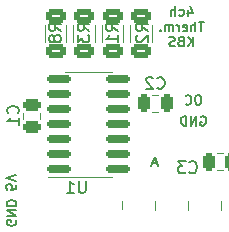
<source format=gbo>
%TF.GenerationSoftware,KiCad,Pcbnew,6.0.6-1.fc35*%
%TF.CreationDate,2022-07-22T02:46:17+02:00*%
%TF.ProjectId,lm324_4ch_therm,6c6d3332-345f-4346-9368-5f746865726d,rev?*%
%TF.SameCoordinates,Original*%
%TF.FileFunction,Legend,Bot*%
%TF.FilePolarity,Positive*%
%FSLAX46Y46*%
G04 Gerber Fmt 4.6, Leading zero omitted, Abs format (unit mm)*
G04 Created by KiCad (PCBNEW 6.0.6-1.fc35) date 2022-07-22 02:46:17*
%MOMM*%
%LPD*%
G01*
G04 APERTURE LIST*
G04 Aperture macros list*
%AMRoundRect*
0 Rectangle with rounded corners*
0 $1 Rounding radius*
0 $2 $3 $4 $5 $6 $7 $8 $9 X,Y pos of 4 corners*
0 Add a 4 corners polygon primitive as box body*
4,1,4,$2,$3,$4,$5,$6,$7,$8,$9,$2,$3,0*
0 Add four circle primitives for the rounded corners*
1,1,$1+$1,$2,$3*
1,1,$1+$1,$4,$5*
1,1,$1+$1,$6,$7*
1,1,$1+$1,$8,$9*
0 Add four rect primitives between the rounded corners*
20,1,$1+$1,$2,$3,$4,$5,0*
20,1,$1+$1,$4,$5,$6,$7,0*
20,1,$1+$1,$6,$7,$8,$9,0*
20,1,$1+$1,$8,$9,$2,$3,0*%
G04 Aperture macros list end*
%ADD10C,0.120000*%
%ADD11C,0.130000*%
%ADD12C,0.150000*%
%ADD13R,1.700000X1.700000*%
%ADD14O,1.700000X1.700000*%
%ADD15R,1.800000X1.800000*%
%ADD16C,1.800000*%
%ADD17R,1.600000X1.600000*%
%ADD18C,1.600000*%
%ADD19C,5.600000*%
%ADD20RoundRect,0.250000X0.475000X-0.250000X0.475000X0.250000X-0.475000X0.250000X-0.475000X-0.250000X0*%
%ADD21RoundRect,0.250000X0.250000X0.475000X-0.250000X0.475000X-0.250000X-0.475000X0.250000X-0.475000X0*%
%ADD22RoundRect,0.250000X-0.625000X0.312500X-0.625000X-0.312500X0.625000X-0.312500X0.625000X0.312500X0*%
%ADD23RoundRect,0.150000X-0.825000X-0.150000X0.825000X-0.150000X0.825000X0.150000X-0.825000X0.150000X0*%
%ADD24RoundRect,0.250000X0.625000X-0.312500X0.625000X0.312500X-0.625000X0.312500X-0.625000X-0.312500X0*%
G04 APERTURE END LIST*
D10*
X129286000Y-62103000D02*
X129286000Y-62865000D01*
X132080000Y-62103000D02*
X132080000Y-62865000D01*
X126492000Y-62103000D02*
X126492000Y-62865000D01*
X134874000Y-62103000D02*
X134874000Y-62865000D01*
D11*
X133197523Y-54972000D02*
X133273714Y-54933904D01*
X133388000Y-54933904D01*
X133502285Y-54972000D01*
X133578476Y-55048190D01*
X133616571Y-55124380D01*
X133654666Y-55276761D01*
X133654666Y-55391047D01*
X133616571Y-55543428D01*
X133578476Y-55619619D01*
X133502285Y-55695809D01*
X133388000Y-55733904D01*
X133311809Y-55733904D01*
X133197523Y-55695809D01*
X133159428Y-55657714D01*
X133159428Y-55391047D01*
X133311809Y-55391047D01*
X132816571Y-55733904D02*
X132816571Y-54933904D01*
X132359428Y-55733904D01*
X132359428Y-54933904D01*
X131978476Y-55733904D02*
X131978476Y-54933904D01*
X131788000Y-54933904D01*
X131673714Y-54972000D01*
X131597523Y-55048190D01*
X131559428Y-55124380D01*
X131521333Y-55276761D01*
X131521333Y-55391047D01*
X131559428Y-55543428D01*
X131597523Y-55619619D01*
X131673714Y-55695809D01*
X131788000Y-55733904D01*
X131978476Y-55733904D01*
X133064190Y-53155904D02*
X132911809Y-53155904D01*
X132835619Y-53194000D01*
X132759428Y-53270190D01*
X132721333Y-53422571D01*
X132721333Y-53689238D01*
X132759428Y-53841619D01*
X132835619Y-53917809D01*
X132911809Y-53955904D01*
X133064190Y-53955904D01*
X133140380Y-53917809D01*
X133216571Y-53841619D01*
X133254666Y-53689238D01*
X133254666Y-53422571D01*
X133216571Y-53270190D01*
X133140380Y-53194000D01*
X133064190Y-53155904D01*
X131921333Y-53879714D02*
X131959428Y-53917809D01*
X132073714Y-53955904D01*
X132149904Y-53955904D01*
X132264190Y-53917809D01*
X132340380Y-53841619D01*
X132378476Y-53765428D01*
X132416571Y-53613047D01*
X132416571Y-53498761D01*
X132378476Y-53346380D01*
X132340380Y-53270190D01*
X132264190Y-53194000D01*
X132149904Y-53155904D01*
X132073714Y-53155904D01*
X131959428Y-53194000D01*
X131921333Y-53232095D01*
X117544800Y-63753923D02*
X117582895Y-63830114D01*
X117582895Y-63944400D01*
X117544800Y-64058685D01*
X117468609Y-64134876D01*
X117392419Y-64172971D01*
X117240038Y-64211066D01*
X117125752Y-64211066D01*
X116973371Y-64172971D01*
X116897180Y-64134876D01*
X116820990Y-64058685D01*
X116782895Y-63944400D01*
X116782895Y-63868209D01*
X116820990Y-63753923D01*
X116859085Y-63715828D01*
X117125752Y-63715828D01*
X117125752Y-63868209D01*
X116782895Y-63372971D02*
X117582895Y-63372971D01*
X116782895Y-62915828D01*
X117582895Y-62915828D01*
X116782895Y-62534876D02*
X117582895Y-62534876D01*
X117582895Y-62344400D01*
X117544800Y-62230114D01*
X117468609Y-62153923D01*
X117392419Y-62115828D01*
X117240038Y-62077733D01*
X117125752Y-62077733D01*
X116973371Y-62115828D01*
X116897180Y-62153923D01*
X116820990Y-62230114D01*
X116782895Y-62344400D01*
X116782895Y-62534876D01*
X117532095Y-60731380D02*
X117532095Y-61112333D01*
X117151142Y-61150428D01*
X117189238Y-61112333D01*
X117227333Y-61036142D01*
X117227333Y-60845666D01*
X117189238Y-60769476D01*
X117151142Y-60731380D01*
X117074952Y-60693285D01*
X116884476Y-60693285D01*
X116808285Y-60731380D01*
X116770190Y-60769476D01*
X116732095Y-60845666D01*
X116732095Y-61036142D01*
X116770190Y-61112333D01*
X116808285Y-61150428D01*
X117532095Y-60464714D02*
X116732095Y-60198047D01*
X117532095Y-59931380D01*
X132124380Y-45911571D02*
X132124380Y-46444904D01*
X132314857Y-45606809D02*
X132505333Y-46178238D01*
X132010095Y-46178238D01*
X131362476Y-46406809D02*
X131438666Y-46444904D01*
X131591047Y-46444904D01*
X131667238Y-46406809D01*
X131705333Y-46368714D01*
X131743428Y-46292523D01*
X131743428Y-46063952D01*
X131705333Y-45987761D01*
X131667238Y-45949666D01*
X131591047Y-45911571D01*
X131438666Y-45911571D01*
X131362476Y-45949666D01*
X131019619Y-46444904D02*
X131019619Y-45644904D01*
X130676761Y-46444904D02*
X130676761Y-46025857D01*
X130714857Y-45949666D01*
X130791047Y-45911571D01*
X130905333Y-45911571D01*
X130981523Y-45949666D01*
X131019619Y-45987761D01*
X133476761Y-46932904D02*
X133019619Y-46932904D01*
X133248190Y-47732904D02*
X133248190Y-46932904D01*
X132752952Y-47732904D02*
X132752952Y-46932904D01*
X132410095Y-47732904D02*
X132410095Y-47313857D01*
X132448190Y-47237666D01*
X132524380Y-47199571D01*
X132638666Y-47199571D01*
X132714857Y-47237666D01*
X132752952Y-47275761D01*
X131724380Y-47694809D02*
X131800571Y-47732904D01*
X131952952Y-47732904D01*
X132029142Y-47694809D01*
X132067238Y-47618619D01*
X132067238Y-47313857D01*
X132029142Y-47237666D01*
X131952952Y-47199571D01*
X131800571Y-47199571D01*
X131724380Y-47237666D01*
X131686285Y-47313857D01*
X131686285Y-47390047D01*
X132067238Y-47466238D01*
X131343428Y-47732904D02*
X131343428Y-47199571D01*
X131343428Y-47351952D02*
X131305333Y-47275761D01*
X131267238Y-47237666D01*
X131191047Y-47199571D01*
X131114857Y-47199571D01*
X130848190Y-47732904D02*
X130848190Y-47199571D01*
X130848190Y-47275761D02*
X130810095Y-47237666D01*
X130733904Y-47199571D01*
X130619619Y-47199571D01*
X130543428Y-47237666D01*
X130505333Y-47313857D01*
X130505333Y-47732904D01*
X130505333Y-47313857D02*
X130467238Y-47237666D01*
X130391047Y-47199571D01*
X130276761Y-47199571D01*
X130200571Y-47237666D01*
X130162476Y-47313857D01*
X130162476Y-47732904D01*
X129781523Y-47656714D02*
X129743428Y-47694809D01*
X129781523Y-47732904D01*
X129819619Y-47694809D01*
X129781523Y-47656714D01*
X129781523Y-47732904D01*
X132562476Y-49020904D02*
X132562476Y-48220904D01*
X132105333Y-49020904D02*
X132448190Y-48563761D01*
X132105333Y-48220904D02*
X132562476Y-48678047D01*
X131495809Y-48601857D02*
X131381523Y-48639952D01*
X131343428Y-48678047D01*
X131305333Y-48754238D01*
X131305333Y-48868523D01*
X131343428Y-48944714D01*
X131381523Y-48982809D01*
X131457714Y-49020904D01*
X131762476Y-49020904D01*
X131762476Y-48220904D01*
X131495809Y-48220904D01*
X131419619Y-48259000D01*
X131381523Y-48297095D01*
X131343428Y-48373285D01*
X131343428Y-48449476D01*
X131381523Y-48525666D01*
X131419619Y-48563761D01*
X131495809Y-48601857D01*
X131762476Y-48601857D01*
X131000571Y-48982809D02*
X130886285Y-49020904D01*
X130695809Y-49020904D01*
X130619619Y-48982809D01*
X130581523Y-48944714D01*
X130543428Y-48868523D01*
X130543428Y-48792333D01*
X130581523Y-48716142D01*
X130619619Y-48678047D01*
X130695809Y-48639952D01*
X130848190Y-48601857D01*
X130924380Y-48563761D01*
X130962476Y-48525666D01*
X131000571Y-48449476D01*
X131000571Y-48373285D01*
X130962476Y-48297095D01*
X130924380Y-48259000D01*
X130848190Y-48220904D01*
X130657714Y-48220904D01*
X130543428Y-48259000D01*
X129476476Y-58934333D02*
X129095523Y-58934333D01*
X129552666Y-59162904D02*
X129286000Y-58362904D01*
X129019333Y-59162904D01*
D12*
%TO.C,C1*%
X117705142Y-54697333D02*
X117752761Y-54649714D01*
X117800380Y-54506857D01*
X117800380Y-54411619D01*
X117752761Y-54268761D01*
X117657523Y-54173523D01*
X117562285Y-54125904D01*
X117371809Y-54078285D01*
X117228952Y-54078285D01*
X117038476Y-54125904D01*
X116943238Y-54173523D01*
X116848000Y-54268761D01*
X116800380Y-54411619D01*
X116800380Y-54506857D01*
X116848000Y-54649714D01*
X116895619Y-54697333D01*
X117800380Y-55649714D02*
X117800380Y-55078285D01*
X117800380Y-55364000D02*
X116800380Y-55364000D01*
X116943238Y-55268761D01*
X117038476Y-55173523D01*
X117086095Y-55078285D01*
%TO.C,C2*%
X129518666Y-52525142D02*
X129566285Y-52572761D01*
X129709142Y-52620380D01*
X129804380Y-52620380D01*
X129947238Y-52572761D01*
X130042476Y-52477523D01*
X130090095Y-52382285D01*
X130137714Y-52191809D01*
X130137714Y-52048952D01*
X130090095Y-51858476D01*
X130042476Y-51763238D01*
X129947238Y-51668000D01*
X129804380Y-51620380D01*
X129709142Y-51620380D01*
X129566285Y-51668000D01*
X129518666Y-51715619D01*
X129137714Y-51715619D02*
X129090095Y-51668000D01*
X128994857Y-51620380D01*
X128756761Y-51620380D01*
X128661523Y-51668000D01*
X128613904Y-51715619D01*
X128566285Y-51810857D01*
X128566285Y-51906095D01*
X128613904Y-52048952D01*
X129185333Y-52620380D01*
X128566285Y-52620380D01*
%TO.C,R8*%
X121356380Y-47712333D02*
X120880190Y-47379000D01*
X121356380Y-47140904D02*
X120356380Y-47140904D01*
X120356380Y-47521857D01*
X120404000Y-47617095D01*
X120451619Y-47664714D01*
X120546857Y-47712333D01*
X120689714Y-47712333D01*
X120784952Y-47664714D01*
X120832571Y-47617095D01*
X120880190Y-47521857D01*
X120880190Y-47140904D01*
X120784952Y-48283761D02*
X120737333Y-48188523D01*
X120689714Y-48140904D01*
X120594476Y-48093285D01*
X120546857Y-48093285D01*
X120451619Y-48140904D01*
X120404000Y-48188523D01*
X120356380Y-48283761D01*
X120356380Y-48474238D01*
X120404000Y-48569476D01*
X120451619Y-48617095D01*
X120546857Y-48664714D01*
X120594476Y-48664714D01*
X120689714Y-48617095D01*
X120737333Y-48569476D01*
X120784952Y-48474238D01*
X120784952Y-48283761D01*
X120832571Y-48188523D01*
X120880190Y-48140904D01*
X120975428Y-48093285D01*
X121165904Y-48093285D01*
X121261142Y-48140904D01*
X121308761Y-48188523D01*
X121356380Y-48283761D01*
X121356380Y-48474238D01*
X121308761Y-48569476D01*
X121261142Y-48617095D01*
X121165904Y-48664714D01*
X120975428Y-48664714D01*
X120880190Y-48617095D01*
X120832571Y-48569476D01*
X120784952Y-48474238D01*
%TO.C,U1*%
X123443904Y-60412380D02*
X123443904Y-61221904D01*
X123396285Y-61317142D01*
X123348666Y-61364761D01*
X123253428Y-61412380D01*
X123062952Y-61412380D01*
X122967714Y-61364761D01*
X122920095Y-61317142D01*
X122872476Y-61221904D01*
X122872476Y-60412380D01*
X121872476Y-61412380D02*
X122443904Y-61412380D01*
X122158190Y-61412380D02*
X122158190Y-60412380D01*
X122253428Y-60555238D01*
X122348666Y-60650476D01*
X122443904Y-60698095D01*
%TO.C,C3*%
X132246666Y-59666142D02*
X132294285Y-59713761D01*
X132437142Y-59761380D01*
X132532380Y-59761380D01*
X132675238Y-59713761D01*
X132770476Y-59618523D01*
X132818095Y-59523285D01*
X132865714Y-59332809D01*
X132865714Y-59189952D01*
X132818095Y-58999476D01*
X132770476Y-58904238D01*
X132675238Y-58809000D01*
X132532380Y-58761380D01*
X132437142Y-58761380D01*
X132294285Y-58809000D01*
X132246666Y-58856619D01*
X131913333Y-58761380D02*
X131294285Y-58761380D01*
X131627619Y-59142333D01*
X131484761Y-59142333D01*
X131389523Y-59189952D01*
X131341904Y-59237571D01*
X131294285Y-59332809D01*
X131294285Y-59570904D01*
X131341904Y-59666142D01*
X131389523Y-59713761D01*
X131484761Y-59761380D01*
X131770476Y-59761380D01*
X131865714Y-59713761D01*
X131913333Y-59666142D01*
%TO.C,R1*%
X126182380Y-47712333D02*
X125706190Y-47379000D01*
X126182380Y-47140904D02*
X125182380Y-47140904D01*
X125182380Y-47521857D01*
X125230000Y-47617095D01*
X125277619Y-47664714D01*
X125372857Y-47712333D01*
X125515714Y-47712333D01*
X125610952Y-47664714D01*
X125658571Y-47617095D01*
X125706190Y-47521857D01*
X125706190Y-47140904D01*
X126182380Y-48664714D02*
X126182380Y-48093285D01*
X126182380Y-48379000D02*
X125182380Y-48379000D01*
X125325238Y-48283761D01*
X125420476Y-48188523D01*
X125468095Y-48093285D01*
%TO.C,R2*%
X128722380Y-47712333D02*
X128246190Y-47379000D01*
X128722380Y-47140904D02*
X127722380Y-47140904D01*
X127722380Y-47521857D01*
X127770000Y-47617095D01*
X127817619Y-47664714D01*
X127912857Y-47712333D01*
X128055714Y-47712333D01*
X128150952Y-47664714D01*
X128198571Y-47617095D01*
X128246190Y-47521857D01*
X128246190Y-47140904D01*
X127817619Y-48093285D02*
X127770000Y-48140904D01*
X127722380Y-48236142D01*
X127722380Y-48474238D01*
X127770000Y-48569476D01*
X127817619Y-48617095D01*
X127912857Y-48664714D01*
X128008095Y-48664714D01*
X128150952Y-48617095D01*
X128722380Y-48045666D01*
X128722380Y-48664714D01*
%TO.C,R3*%
X123769380Y-47712333D02*
X123293190Y-47379000D01*
X123769380Y-47140904D02*
X122769380Y-47140904D01*
X122769380Y-47521857D01*
X122817000Y-47617095D01*
X122864619Y-47664714D01*
X122959857Y-47712333D01*
X123102714Y-47712333D01*
X123197952Y-47664714D01*
X123245571Y-47617095D01*
X123293190Y-47521857D01*
X123293190Y-47140904D01*
X122769380Y-48045666D02*
X122769380Y-48664714D01*
X123150333Y-48331380D01*
X123150333Y-48474238D01*
X123197952Y-48569476D01*
X123245571Y-48617095D01*
X123340809Y-48664714D01*
X123578904Y-48664714D01*
X123674142Y-48617095D01*
X123721761Y-48569476D01*
X123769380Y-48474238D01*
X123769380Y-48188523D01*
X123721761Y-48093285D01*
X123674142Y-48045666D01*
D10*
%TO.C,C1*%
X118137000Y-55191252D02*
X118137000Y-54668748D01*
X119607000Y-55191252D02*
X119607000Y-54668748D01*
%TO.C,C2*%
X129613252Y-54583000D02*
X129090748Y-54583000D01*
X129613252Y-53113000D02*
X129090748Y-53113000D01*
%TO.C,R8*%
X121814000Y-47217436D02*
X121814000Y-48671564D01*
X119994000Y-47217436D02*
X119994000Y-48671564D01*
%TO.C,U1*%
X123698000Y-60061000D02*
X125648000Y-60061000D01*
X123698000Y-60061000D02*
X120248000Y-60061000D01*
X123698000Y-51191000D02*
X125648000Y-51191000D01*
X123698000Y-51191000D02*
X121748000Y-51191000D01*
%TO.C,C3*%
X135069252Y-59536000D02*
X134546748Y-59536000D01*
X135069252Y-58066000D02*
X134546748Y-58066000D01*
%TO.C,R1*%
X126640000Y-48667564D02*
X126640000Y-47213436D01*
X124820000Y-48667564D02*
X124820000Y-47213436D01*
%TO.C,R2*%
X129053000Y-48671564D02*
X129053000Y-47217436D01*
X127233000Y-48671564D02*
X127233000Y-47217436D01*
%TO.C,R3*%
X124227000Y-47217436D02*
X124227000Y-48671564D01*
X122407000Y-47217436D02*
X122407000Y-48671564D01*
%TD*%
%LPC*%
D13*
%TO.C,J1*%
X134899000Y-61234000D03*
D14*
X134899000Y-63774000D03*
%TD*%
D15*
%TO.C,D4*%
X131826000Y-57150000D03*
D16*
X129286000Y-57150000D03*
%TD*%
D13*
%TO.C,J2*%
X118745000Y-61214000D03*
D14*
X118745000Y-63754000D03*
%TD*%
D17*
%TO.C,BZ1*%
X134874000Y-46406000D03*
D18*
X134874000Y-49606000D03*
%TD*%
D19*
%TO.C,REF2*%
X115697000Y-48133000D03*
%TD*%
D13*
%TO.C,J5*%
X129311000Y-61234000D03*
D14*
X129311000Y-63774000D03*
%TD*%
D13*
%TO.C,J4*%
X126492000Y-61214000D03*
D14*
X126492000Y-63754000D03*
%TD*%
D13*
%TO.C,J3*%
X132105000Y-61234000D03*
D14*
X132105000Y-63774000D03*
%TD*%
D13*
%TO.C,J6*%
X134874000Y-53594000D03*
D14*
X134874000Y-56134000D03*
%TD*%
D20*
%TO.C,C1*%
X118872000Y-55880000D03*
X118872000Y-53980000D03*
%TD*%
D21*
%TO.C,C2*%
X130302000Y-53848000D03*
X128402000Y-53848000D03*
%TD*%
D22*
%TO.C,R8*%
X120904000Y-46482000D03*
X120904000Y-49407000D03*
%TD*%
D23*
%TO.C,U1*%
X121223000Y-59436000D03*
X121223000Y-58166000D03*
X121223000Y-56896000D03*
X121223000Y-55626000D03*
X121223000Y-54356000D03*
X121223000Y-53086000D03*
X121223000Y-51816000D03*
X126173000Y-51816000D03*
X126173000Y-53086000D03*
X126173000Y-54356000D03*
X126173000Y-55626000D03*
X126173000Y-56896000D03*
X126173000Y-58166000D03*
X126173000Y-59436000D03*
%TD*%
D21*
%TO.C,C3*%
X135758000Y-58801000D03*
X133858000Y-58801000D03*
%TD*%
D24*
%TO.C,R1*%
X125730000Y-49403000D03*
X125730000Y-46478000D03*
%TD*%
%TO.C,R2*%
X128143000Y-49407000D03*
X128143000Y-46482000D03*
%TD*%
D22*
%TO.C,R3*%
X123317000Y-46482000D03*
X123317000Y-49407000D03*
%TD*%
M02*

</source>
